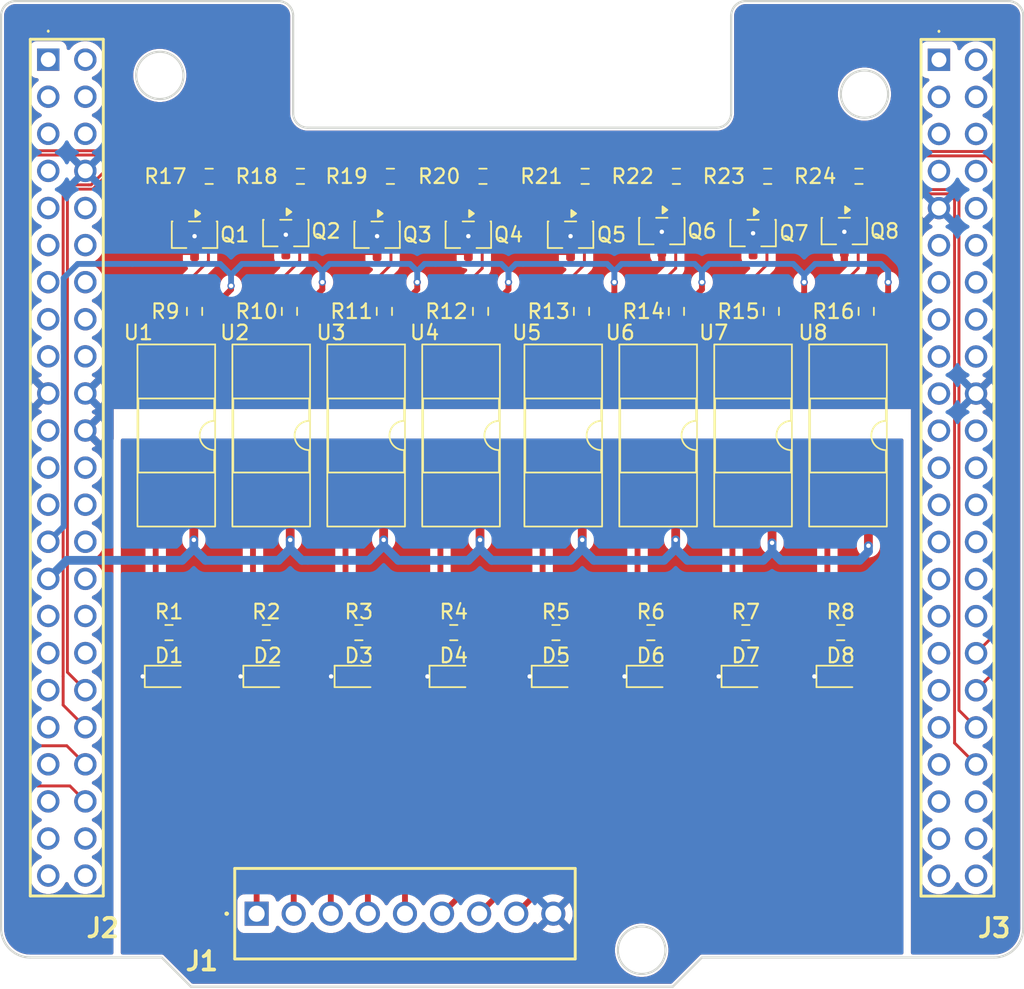
<source format=kicad_pcb>
(kicad_pcb (version 20241229) (generator "pcbnew") (generator_version "9.0")
  (title_block (rev "${REVISION}") (company "Author:") (comment 1 "Reviewer:"))
  (layers (0 "F.Cu" signal) (4 "In1.Cu" signal) (6 "In2.Cu" signal) (2 "B.Cu" signal) (13 "F.Paste" user) (15 "B.Paste" user) (5 "F.SilkS" user "F.Silkscreen") (7 "B.SilkS" user "B.Silkscreen") (1 "F.Mask" user) (3 "B.Mask" user) (25 "Edge.Cuts" user))
  (property "REVISION" "1.0")
  (net 0 "")
  (net 8 "GND")
  (net 71 "GNDREF")
  (net 72 "/digital_out/DO_0_R")
  (net 73 "/digital_out/DO_1_R")
  (net 74 "/digital_out/D0_2_R")
  (net 75 "/digital_out/DO_3_R")
  (net 76 "/digital_out/DO_4_R")
  (net 77 "/digital_out/DO_5_R")
  (net 78 "/digital_out/DO_6_R")
  (net 79 "/digital_out/DO_7_R")
  (net 80 "DI_OUT6")
  (net 81 "DI_OUT7")
  (net 82 "DI_OUT1")
  (net 83 "DI_OUT2")
  (net 84 "DI_OUT0")
  (net 85 "DI_OUT5")
  (net 86 "DI_OUT3")
  (net 87 "DI_OUT4")
  (net 88 "DO_0")
  (net 91 "DO_3")
  (net 92 "+24V")
  (net 93 "+5V")
  (net 95 "DO_2")
  (net 96 "DO_1")
  (net 97 "DO_7")
  (net 102 "DO_6")
  (net 103 "DO_4")
  (net 104 "DO_5")
  (net 105 "/digital_out/Q1_G")
  (net 106 "/digital_out/OPT1_IN")
  (net 107 "/digital_out/Q2_G")
  (net 108 "/digital_out/OPT2_IN")
  (net 109 "/digital_out/OPT3_IN")
  (net 110 "/digital_out/Q3_G")
  (net 111 "/digital_out/Q4_G")
  (net 112 "/digital_out/OPT4_IN")
  (net 113 "/digital_out/OPT5_IN")
  (net 114 "/digital_out/Q5_G")
  (net 115 "/digital_out/Q6_G")
  (net 116 "/digital_out/OPT6_IN")
  (net 117 "/digital_out/Q7_G")
  (net 118 "/digital_out/OPT7_IN")
  (net 119 "/digital_out/Q8_G")
  (net 120 "/digital_out/OPT8_IN")
  (net 121 "/digital_out/OPT1_R")
  (net 122 "/digital_out/OPT2_R")
  (net 123 "/digital_out/OPT3_R")
  (net 124 "/digital_out/OPT4_R")
  (net 125 "/digital_out/OPT5_R")
  (net 126 "/digital_out/OPT6_R")
  (net 127 "/digital_out/OPT7_R")
  (net 128 "/digital_out/OPT8_R")
  (footprint "Resistor_SMD:R_0603_1608Metric_Pad0.98x0.95mm_HandSolder" (layer "F.Cu") (at 173.5 91.75)
    (property "Reference" "R8")
    (property "Value" "47k")
  )
  (footprint "Resistor_SMD:R_0603_1608Metric_Pad0.98x0.95mm_HandSolder" (layer "F.Cu") (at 162.25 60.5)
    (property "Reference" "R22")
    (property "Value" "1k")
  )
  (footprint "Package_DIP:DIP-4_W8.89mm_SMDSocket_LongPads" (layer "F.Cu") (at 167.5 78.25 -90)
    (property "Reference" "U7")
    (property "Value" "VO615A-3")
  )
  (footprint "Package_TO_SOT_SMD:SOT-23-3" (layer "F.Cu") (at 141.75 64.5 -90)
    (property "Reference" "Q3")
    (property "Value" "SI2347DS")
  )
  (footprint "Resistor_SMD:R_0603_1608Metric_Pad0.98x0.95mm_HandSolder" (layer "F.Cu") (at 175.25 69.75 90)
    (property "Reference" "R16")
    (property "Value" "1k")
  )
  (footprint "Resistor_SMD:R_0603_1608Metric_Pad0.98x0.95mm_HandSolder" (layer "F.Cu") (at 167 91.75)
    (property "Reference" "R7")
    (property "Value" "47k")
  )
  (footprint "Resistor_SMD:R_0603_1608Metric_Pad0.98x0.95mm_HandSolder" (layer "F.Cu") (at 154 91.75)
    (property "Reference" "R5")
    (property "Value" "47k")
  )
  (footprint "Package_DIP:DIP-4_W8.89mm_SMDSocket_LongPads" (layer "F.Cu") (at 134.5 78.25 -90)
    (property "Reference" "U2")
    (property "Value" "VO615A-3")
  )
  (footprint "PLC_STM:PRT12790" (layer "F.Cu") (at 180.23 52.52 -90)
    (property "Reference" "J3")
    (property "Value" "NUCLEO RIGHT" (hide yes))
  )
  (footprint "Resistor_SMD:R_0603_1608Metric_Pad0.98x0.95mm_HandSolder" (layer "F.Cu") (at 174.75 60.5)
    (property "Reference" "R24")
    (property "Value" "1k")
  )
  (footprint "LED_SMD:LED_0603_1608Metric_Pad1.05x0.95mm_HandSolder" (layer "F.Cu") (at 147 94.75)
    (property "Reference" "D4")
    (property "Value" "LD_DO3")
  )
  (footprint "Resistor_SMD:R_0603_1608Metric_Pad0.98x0.95mm_HandSolder" (layer "F.Cu") (at 149 60.5)
    (property "Reference" "R20")
    (property "Value" "1k")
  )
  (footprint "LED_SMD:LED_0603_1608Metric_Pad1.05x0.95mm_HandSolder" (layer "F.Cu") (at 127.5 94.75)
    (property "Reference" "D1")
    (property "Value" "LD_DO0")
  )
  (footprint "Package_TO_SOT_SMD:SOT-23-3" (layer "F.Cu") (at 155 64.5 -90)
    (property "Reference" "Q5")
    (property "Value" "SI2347DS")
  )
  (footprint "PLC_STM:PRT12790" (layer "F.Cu") (at 119.23 52.51 -90)
    (property "Reference" "J2")
    (property "Value" "NUCLEO LEFT" (hide yes))
  )
  (footprint "Package_DIP:DIP-4_W8.89mm_SMDSocket_LongPads" (layer "F.Cu") (at 161 78.25 -90)
    (property "Reference" "U6")
    (property "Value" "VO615A-3")
  )
  (footprint "Package_DIP:DIP-4_W8.89mm_SMDSocket_LongPads" (layer "F.Cu") (at 174 78.25 -90)
    (property "Reference" "U8")
    (property "Value" "VO615A-3")
  )
  (footprint "Resistor_SMD:R_0603_1608Metric_Pad0.98x0.95mm_HandSolder" (layer "F.Cu") (at 135.75 69.75 90)
    (property "Reference" "R10")
    (property "Value" "1k")
  )
  (footprint "Resistor_SMD:R_0603_1608Metric_Pad0.98x0.95mm_HandSolder" (layer "F.Cu") (at 136.5 60.5)
    (property "Reference" "R18")
    (property "Value" "1k")
  )
  (footprint "Resistor_SMD:R_0603_1608Metric_Pad0.98x0.95mm_HandSolder" (layer "F.Cu") (at 130.25 60.5)
    (property "Reference" "R17")
    (property "Value" "1k")
  )
  (footprint "LED_SMD:LED_0603_1608Metric_Pad1.05x0.95mm_HandSolder" (layer "F.Cu") (at 167 94.75)
    (property "Reference" "D7")
    (property "Value" "LD_DO6")
  )
  (footprint "PLC_STM:1725724" (layer "F.Cu") (at 133.5 111)
    (property "Reference" "J1")
    (property "Value" "DIGITAL OUTPUT" (hide yes))
  )
  (footprint "Resistor_SMD:R_0603_1608Metric_Pad0.98x0.95mm_HandSolder" (layer "F.Cu") (at 140.5 91.75)
    (property "Reference" "R3")
    (property "Value" "47k")
  )
  (footprint "Resistor_SMD:R_0603_1608Metric_Pad0.98x0.95mm_HandSolder" (layer "F.Cu") (at 142.6625 60.5)
    (property "Reference" "R19")
    (property "Value" "1k")
  )
  (footprint "Package_TO_SOT_SMD:SOT-23-3" (layer "F.Cu") (at 167.5 64.3875 -90)
    (property "Reference" "Q7")
    (property "Value" "SI2347DS")
  )
  (footprint "Resistor_SMD:R_0603_1608Metric_Pad0.98x0.95mm_HandSolder" (layer "F.Cu") (at 127.5 91.75)
    (property "Reference" "R1")
    (property "Value" "47k")
  )
  (footprint "Resistor_SMD:R_0603_1608Metric_Pad0.98x0.95mm_HandSolder" (layer "F.Cu") (at 129.25 69.75 90)
    (property "Reference" "R9")
    (property "Value" "1k")
  )
  (footprint "Package_TO_SOT_SMD:SOT-23-3" (layer "F.Cu") (at 173.75 64.25 -90)
    (property "Reference" "Q8")
    (property "Value" "SI2347DS")
  )
  (footprint "Package_TO_SOT_SMD:SOT-23-3" (layer "F.Cu") (at 135.5 64.3875 -90)
    (property "Reference" "Q2")
    (property "Value" "SI2347DS")
  )
  (footprint "Package_DIP:DIP-4_W8.89mm_SMDSocket_LongPads" (layer "F.Cu") (at 128 78.25 -90)
    (property "Reference" "U1")
    (property "Value" "VO615A-3")
  )
  (footprint "Resistor_SMD:R_0603_1608Metric_Pad0.98x0.95mm_HandSolder" (layer "F.Cu") (at 162.25 69.75 90)
    (property "Reference" "R14")
    (property "Value" "1k")
  )
  (footprint "Package_DIP:DIP-4_W8.89mm_SMDSocket_LongPads" (layer "F.Cu") (at 154.5 78.25 -90)
    (property "Reference" "U5")
    (property "Value" "VO615A-3")
  )
  (footprint "Resistor_SMD:R_0603_1608Metric_Pad0.98x0.95mm_HandSolder" (layer "F.Cu") (at 168.75 69.75 90)
    (property "Reference" "R15")
    (property "Value" "1k")
  )
  (footprint "LED_SMD:LED_0603_1608Metric_Pad1.05x0.95mm_HandSolder" (layer "F.Cu") (at 134.25 94.75)
    (property "Reference" "D2")
    (property "Value" "LD_DO1")
  )
  (footprint "Package_TO_SOT_SMD:SOT-23-3" (layer "F.Cu") (at 148 64.5 -90)
    (property "Reference" "Q4")
    (property "Value" "SI2347DS")
  )
  (footprint "LED_SMD:LED_0603_1608Metric_Pad1.05x0.95mm_HandSolder" (layer "F.Cu") (at 154 94.75)
    (property "Reference" "D5")
    (property "Value" "LD_DO4")
  )
  (footprint "Resistor_SMD:R_0603_1608Metric_Pad0.98x0.95mm_HandSolder" (layer "F.Cu") (at 134.1625 91.75)
    (property "Reference" "R2")
    (property "Value" "47k")
  )
  (footprint "Package_TO_SOT_SMD:SOT-23-3" (layer "F.Cu") (at 161.25 64.25 -90)
    (property "Reference" "Q6")
    (property "Value" "SI2347DS")
  )
  (footprint "LED_SMD:LED_0603_1608Metric_Pad1.05x0.95mm_HandSolder" (layer "F.Cu") (at 140.5 94.75)
    (property "Reference" "D3")
    (property "Value" "LD_DO2")
  )
  (footprint "Resistor_SMD:R_0603_1608Metric_Pad0.98x0.95mm_HandSolder" (layer "F.Cu") (at 148.8375 69.75 90)
    (property "Reference" "R12")
    (property "Value" "1k")
  )
  (footprint "Resistor_SMD:R_0603_1608Metric_Pad0.98x0.95mm_HandSolder" (layer "F.Cu") (at 147 91.75)
    (property "Reference" "R4")
    (property "Value" "47k")
  )
  (footprint "LED_SMD:LED_0603_1608Metric_Pad1.05x0.95mm_HandSolder" (layer "F.Cu") (at 160.5 94.75)
    (property "Reference" "D6")
    (property "Value" "LD_DO5")
  )
  (footprint "LED_SMD:LED_0603_1608Metric_Pad1.05x0.95mm_HandSolder" (layer "F.Cu") (at 173.5 94.75)
    (property "Reference" "D8")
    (property "Value" "LD_DO7")
  )
  (footprint "Resistor_SMD:R_0603_1608Metric_Pad0.98x0.95mm_HandSolder" (layer "F.Cu") (at 168.5 60.5)
    (property "Reference" "R23")
    (property "Value" "1k")
  )
  (footprint "Resistor_SMD:R_0603_1608Metric_Pad0.98x0.95mm_HandSolder" (layer "F.Cu") (at 156 60.5)
    (property "Reference" "R21")
    (property "Value" "1k")
  )
  (footprint "Package_TO_SOT_SMD:SOT-23-3" (layer "F.Cu") (at 129.25 64.5 -90)
    (property "Reference" "Q1")
    (property "Value" "SI2347DS")
  )
  (footprint "Resistor_SMD:R_0603_1608Metric_Pad0.98x0.95mm_HandSolder" (layer "F.Cu") (at 155.75 69.75 90)
    (property "Reference" "R13")
    (property "Value" "1k")
  )
  (footprint "Resistor_SMD:R_0603_1608Metric_Pad0.98x0.95mm_HandSolder" (layer "F.Cu") (at 142.25 69.75 90)
    (property "Reference" "R11")
    (property "Value" "1k")
  )
  (footprint "Resistor_SMD:R_0603_1608Metric_Pad0.98x0.95mm_HandSolder" (layer "F.Cu") (at 160.5 91.75)
    (property "Reference" "R6")
    (property "Value" "47k")
  )
  (footprint "Package_DIP:DIP-4_W8.89mm_SMDSocket_LongPads" (layer "F.Cu") (at 141 78.25 -90)
    (property "Reference" "U3")
    (property "Value" "VO615A-3")
  )
  (footprint "Package_DIP:DIP-4_W8.89mm_SMDSocket_LongPads" (layer "F.Cu") (at 147.5 78.25 -90)
    (property "Reference" "U4")
    (property "Value" "VO615A-3")
  )
  (gr_line (start 127 114) (end 129 116) (stroke (width 0.15)) (layer "Edge.Cuts"))
  (gr_arc (start 166 56.17) (mid 165.707107 56.877107) (end 165 57.17) (stroke (width 0.15)) (layer "Edge.Cuts"))
  (gr_line (start 185 48.5) (end 167 48.5) (stroke (width 0.15)) (layer "Edge.Cuts"))
  (gr_line (start 116 112) (end 116 49.5) (stroke (width 0.15)) (layer "Edge.Cuts"))
  (gr_arc (start 135 48.5) (mid 135.707107 48.792893) (end 136 49.5) (stroke (width 0.15)) (layer "Edge.Cuts"))
  (gr_line (start 186 112) (end 186 49.5) (stroke (width 0.15)) (layer "Edge.Cuts"))
  (gr_arc (start 116 49.5) (mid 116.292893 48.792893) (end 117 48.5) (stroke (width 0.15)) (layer "Edge.Cuts"))
  (gr_line (start 129 116) (end 162 116) (stroke (width 0.15)) (layer "Edge.Cuts"))
  (gr_line (start 118 114) (end 127 114) (stroke (width 0.15)) (layer "Edge.Cuts"))
  (gr_arc (start 185 48.5) (mid 185.707107 48.792893) (end 186 49.5) (stroke (width 0.15)) (layer "Edge.Cuts"))
  (gr_arc (start 166 49.5) (mid 166.292893 48.792893) (end 167 48.5) (stroke (width 0.15)) (layer "Edge.Cuts"))
  (gr_circle (center 126.87 53.59) (end 128.49 53.59) (stroke (width 0.15)) (fill no) (layer "Edge.Cuts"))
  (gr_arc (start 137 57.17) (mid 136.292893 56.877107) (end 136 56.17) (stroke (width 0.15)) (layer "Edge.Cuts"))
  (gr_arc (start 118 114) (mid 116.585786 113.414214) (end 116 112) (stroke (width 0.15)) (layer "Edge.Cuts"))
  (gr_line (start 162 116) (end 164 114) (stroke (width 0.15)) (layer "Edge.Cuts"))
  (gr_line (start 117 48.5) (end 135 48.5) (stroke (width 0.15)) (layer "Edge.Cuts"))
  (gr_line (start 166 49.5) (end 166 56.17) (stroke (width 0.15)) (layer "Edge.Cuts"))
  (gr_circle (center 175.13 54.87) (end 176.75 54.87) (stroke (width 0.15)) (fill no) (layer "Edge.Cuts"))
  (gr_line (start 164 114) (end 184 114) (stroke (width 0.15)) (layer "Edge.Cuts"))
  (gr_circle (center 159.87 113.5) (end 161.5 113.5) (stroke (width 0.15)) (fill no) (layer "Edge.Cuts"))
  (gr_line (start 165 57.17) (end 137 57.17) (stroke (width 0.15)) (layer "Edge.Cuts"))
  (gr_line (start 136 49.5) (end 136 56.17) (stroke (width 0.15)) (layer "Edge.Cuts"))
  (gr_arc (start 186 112) (mid 185.414214 113.414214) (end 184 114) (stroke (width 0.15)) (layer "Edge.Cuts"))
  (segment (start 173.75 64.3) (end 173.75 65.3875) (width 0.4) (layer "F.Cu") (net 8))
  (segment (start 135.5 65.525) (end 135.5 64.5) (width 0.4) (layer "F.Cu") (net 8))
  (segment (start 148 64.6) (end 148 65.6375) (width 0.4) (layer "F.Cu") (net 8))
  (segment (start 141.75 64.6) (end 141.75 65.6375) (width 0.4) (layer "F.Cu") (net 8))
  (segment (start 155 65.6375) (end 155 64.6) (width 0.4) (layer "F.Cu") (net 8))
  (segment (start 161.25 64.3) (end 161.25 65.3875) (width 0.4) (layer "F.Cu") (net 8))
  (segment (start 129.25 64.6) (end 129.25 65.6375) (width 0.4) (layer "F.Cu") (net 8))
  (segment (start 167.5 64.4) (end 167.5 65.525) (width 0.4) (layer "F.Cu") (net 8))
  (via (at 167.5 64.4) (size 0.5) (drill 0.3) (layers "F.Cu" "B.Cu") (net 8))
  (via (at 148 64.6) (size 0.5) (drill 0.3) (layers "F.Cu" "B.Cu") (net 8))
  (via (at 129.25 64.6) (size 0.5) (drill 0.3) (layers "F.Cu" "B.Cu") (net 8))
  (via (at 141.75 64.6) (size 0.5) (drill 0.3) (layers "F.Cu" "B.Cu") (net 8))
  (via (at 155 64.6) (size 0.5) (drill 0.3) (layers "F.Cu" "B.Cu") (net 8))
  (via (at 173.75 64.3) (size 0.5) (drill 0.3) (layers "F.Cu" "B.Cu") (net 8))
  (via (at 161.25 64.3) (size 0.5) (drill 0.3) (layers "F.Cu" "B.Cu") (net 8))
  (via (at 135.5 64.5) (size 0.5) (drill 0.3) (layers "F.Cu" "B.Cu") (net 8))
  (segment (start 171.7 94.75) (end 172.625 94.75) (width 0.4) (layer "F.Cu") (net 71))
  (segment (start 158.7 94.75) (end 159.625 94.75) (width 0.4) (layer "F.Cu") (net 71))
  (segment (start 125.7 94.75) (end 126.625 94.75) (width 0.4) (layer "F.Cu") (net 71))
  (segment (start 138.6 94.75) (end 139.625 94.75) (width 0.4) (layer "F.Cu") (net 71))
  (segment (start 152.2 94.75) (end 153.125 94.75) (width 0.4) (layer "F.Cu") (net 71))
  (segment (start 132.4 94.75) (end 133.375 94.75) (width 0.4) (layer "F.Cu") (net 71))
  (segment (start 145.2 94.75) (end 146.125 94.75) (width 0.4) (layer "F.Cu") (net 71))
  (segment (start 165.15 94.75) (end 166.125 94.75) (width 0.4) (layer "F.Cu") (net 71))
  (via (at 165.15 94.75) (size 0.5) (drill 0.3) (layers "F.Cu" "B.Cu") (net 71))
  (via (at 125.7 94.75) (size 0.5) (drill 0.3) (layers "F.Cu" "B.Cu") (net 71))
  (via (at 145.2 94.75) (size 0.5) (drill 0.3) (layers "F.Cu" "B.Cu") (net 71))
  (via (at 158.7 94.75) (size 0.5) (drill 0.3) (layers "F.Cu" "B.Cu") (net 71))
  (via (at 138.6 94.75) (size 0.5) (drill 0.3) (layers "F.Cu" "B.Cu") (net 71))
  (via (at 152.2 94.75) (size 0.5) (drill 0.3) (layers "F.Cu" "B.Cu") (net 71))
  (via (at 171.7 94.75) (size 0.5) (drill 0.3) (layers "F.Cu" "B.Cu") (net 71))
  (via (at 132.4 94.75) (size 0.5) (drill 0.3) (layers "F.Cu" "B.Cu") (net 71))
  (segment (start 128.375 94.75) (end 128.375 91.7875) (width 0.4) (layer "F.Cu") (net 72))
  (segment (start 128.375 91.7875) (end 128.4125 91.75) (width 0.4) (layer "F.Cu") (net 72))
  (segment (start 135.125 91.8) (end 135.075 91.75) (width 0.4) (layer "F.Cu") (net 73))
  (segment (start 135.125 94.75) (end 135.125 91.8) (width 0.4) (layer "F.Cu") (net 73))
  (segment (start 141.375 91.7875) (end 141.4125 91.75) (width 0.4) (layer "F.Cu") (net 74))
  (segment (start 141.375 94.75) (end 141.375 91.7875) (width 0.4) (layer "F.Cu") (net 74))
  (segment (start 147.875 94.75) (end 147.875 91.7875) (width 0.4) (layer "F.Cu") (net 75))
  (segment (start 147.875 91.7875) (end 147.9125 91.75) (width 0.4) (layer "F.Cu") (net 75))
  (segment (start 154.875 91.7875) (end 154.9125 91.75) (width 0.4) (layer "F.Cu") (net 76))
  (segment (start 154.875 94.75) (end 154.875 91.7875) (width 0.4) (layer "F.Cu") (net 76))
  (segment (start 161.375 94.75) (end 161.375 91.7875) (width 0.4) (layer "F.Cu") (net 77))
  (segment (start 161.375 91.7875) (end 161.4125 91.75) (width 0.4) (layer "F.Cu") (net 77))
  (segment (start 167.875 91.7875) (end 167.9125 91.75) (width 0.4) (layer "F.Cu") (net 78))
  (segment (start 167.875 94.75) (end 167.875 91.7875) (width 0.4) (layer "F.Cu") (net 78))
  (segment (start 174.375 94.75) (end 174.375 91.7875) (width 0.4) (layer "F.Cu") (net 79))
  (segment (start 174.375 91.7875) (end 174.4125 91.75) (width 0.4) (layer "F.Cu") (net 79))
  (segment (start 166.0875 88.25) (end 166.0875 82.8375) (width 0.4) (layer "F.Cu") (net 80))
  (segment (start 170.1 90.6) (end 168.75 89.25) (width 0.4) (layer "F.Cu") (net 80))
  (segment (start 167.0875 89.25) (end 166.0875 90.25) (width 0.4) (layer "F.Cu") (net 80))
  (segment (start 168.75 89.25) (end 167.0875 89.25) (width 0.4) (layer "F.Cu") (net 80))
  (segment (start 166.0875 91.75) (end 166.0875 90.25) (width 0.4) (layer "F.Cu") (net 80))
  (segment (start 167.0875 89.25) (end 166.0875 88.25) (width 0.4) (layer "F.Cu") (net 80))
  (segment (start 170.1 96.4) (end 170.1 90.6) (width 0.4) (layer "F.Cu") (net 80))
  (segment (start 166.0875 82.8375) (end 166.23 82.695) (width 0.4) (layer "F.Cu") (net 80))
  (segment (start 159.14 100.6) (end 165.9 100.6) (width 0.4) (layer "F.Cu") (net 80))
  (segment (start 165.9 100.6) (end 170.1 96.4) (width 0.4) (layer "F.Cu") (net 80))
  (segment (start 148.74 111) (end 159.14 100.6) (width 0.4) (layer "F.Cu") (net 80))
  (segment (start 170.3 103.2) (end 176.75 96.75) (width 0.4) (layer "F.Cu") (net 81))
  (segment (start 172.5875 91.75) (end 172.5875 90.5) (width 0.4) (layer "F.Cu") (net 81))
  (segment (start 175.75 89.25) (end 173.8375 89.25) (width 0.4) (layer "F.Cu") (net 81))
  (segment (start 176.75 96.75) (end 176.75 90.25) (width 0.4) (layer "F.Cu") (net 81))
  (segment (start 151.28 111) (end 159.08 103.2) (width 0.4) (layer "F.Cu") (net 81))
  (segment (start 172.5875 88) (end 172.5875 82.8375) (width 0.4) (layer "F.Cu") (net 81))
  (segment (start 172.5875 82.8375) (end 172.73 82.695) (width 0.4) (layer "F.Cu") (net 81))
  (segment (start 173.8375 89.25) (end 172.5875 88) (width 0.4) (layer "F.Cu") (net 81))
  (segment (start 176.75 90.25) (end 175.75 89.25) (width 0.4) (layer "F.Cu") (net 81))
  (segment (start 173.8375 89.25) (end 172.5875 90.5) (width 0.4) (layer "F.Cu") (net 81))
  (segment (start 159.08 103.2) (end 170.3 103.2) (width 0.4) (layer "F.Cu") (net 81))
  (segment (start 136 89.5) (end 134.25 89.5) (width 0.4) (layer "F.Cu") (net 82))
  (segment (start 137.2 102.3) (end 137.2 90.7) (width 0.4) (layer "F.Cu") (net 82))
  (segment (start 133.25 88.5) (end 133.25 82.715) (width 0.4) (layer "F.Cu") (net 82))
  (segment (start 134.25 89.5) (end 133.25 90.5) (width 0.4) (layer "F.Cu") (net 82))
  (segment (start 136.04 111) (end 136.04 103.46) (width 0.4) (layer "F.Cu") (net 82))
  (segment (start 134.25 89.5) (end 133.25 88.5) (width 0.4) (layer "F.Cu") (net 82))
  (segment (start 137.2 90.7) (end 136 89.5) (width 0.4) (layer "F.Cu") (net 82))
  (segment (start 136.04 103.46) (end 137.2 102.3) (width 0.4) (layer "F.Cu") (net 82))
  (segment (start 133.25 91.75) (end 133.25 90.5) (width 0.4) (layer "F.Cu") (net 82))
  (segment (start 133.25 82.715) (end 133.23 82.695) (width 0.4) (layer "F.Cu") (net 82))
  (segment (start 143.5 90.5) (end 142.5 89.5) (width 0.4) (layer "F.Cu") (net 83))
  (segment (start 138.58 111) (end 138.58 104.17) (width 0.4) (layer "F.Cu") (net 83))
  (segment (start 140.5875 89.5) (end 139.5875 90.5) (width 0.4) (layer "F.Cu") (net 83))
  (segment (start 139.5875 88.5) (end 139.5875 82.8375) (width 0.4) (layer "F.Cu") (net 83))
  (segment (start 139.5875 82.8375) (end 139.73 82.695) (width 0.4) (layer "F.Cu") (net 83))
  (segment (start 138.58 104.17) (end 143.5 99.25) (width 0.4) (layer "F.Cu") (net 83))
  (segment (start 143.5 99.25) (end 143.5 90.5) (width 0.4) (layer "F.Cu") (net 83))
  (segment (start 139.5875 91.75) (end 139.5875 90.5) (width 0.4) (layer "F.Cu") (net 83))
  (segment (start 142.5 89.5) (end 140.5875 89.5) (width 0.4) (layer "F.Cu") (net 83))
  (segment (start 140.5875 89.5) (end 139.5875 88.5) (width 0.4) (layer "F.Cu") (net 83))
  (segment (start 130.5 100.25) (end 130.5 90.7) (width 0.4) (layer "F.Cu") (net 84))
  (segment (start 133.5 111) (end 133.5 103.25) (width 0.4) (layer "F.Cu") (net 84))
  (segment (start 126.5875 88.5) (end 126.5875 82.8375) (width 0.4) (layer "F.Cu") (net 84))
  (segment (start 127.5875 89.5) (end 126.5875 88.5) (width 0.4) (layer "F.Cu") (net 84))
  (segment (start 133.5 103.25) (end 130.5 100.25) (width 0.4) (layer "F.Cu") (net 84))
  (segment (start 126.5875 91.75) (end 126.5875 90.5) (width 0.4) (layer "F.Cu") (net 84))
  (segment (start 130.5 90.7) (end 129.3 89.5) (width 0.4) (layer "F.Cu") (net 84))
  (segment (start 129.3 89.5) (end 127.5875 89.5) (width 0.4) (layer "F.Cu") (net 84))
  (segment (start 127.5875 89.5) (end 126.5875 90.5) (width 0.4) (layer "F.Cu") (net 84))
  (segment (start 126.5875 82.8375) (end 126.73 82.695) (width 0.4) (layer "F.Cu") (net 84))
  (segment (start 162.5 89.25) (end 160.5875 89.25) (width 0.4) (layer "F.Cu") (net 85))
  (segment (start 159.5875 82.8375) (end 159.73 82.695) (width 0.4) (layer "F.Cu") (net 85))
  (segment (start 159.5875 91.75) (end 159.5875 90.25) (width 0.4) (layer "F.Cu") (net 85))
  (segment (start 160.5875 89.25) (end 159.5875 90.25) (width 0.4) (layer "F.Cu") (net 85))
  (segment (start 146.2 111) (end 159.45 97.75) (width 0.4) (layer "F.Cu") (net 85))
  (segment (start 162.25 97.75) (end 163.5 96.5) (width 0.4) (layer "F.Cu") (net 85))
  (segment (start 160.5875 89.25) (end 159.5875 88.25) (width 0.4) (layer "F.Cu") (net 85))
  (segment (start 163.5 96.5) (end 163.5 90.25) (width 0.4) (layer "F.Cu") (net 85))
  (segment (start 159.45 97.75) (end 162.25 97.75) (width 0.4) (layer "F.Cu") (net 85))
  (segment (start 159.5875 88.25) (end 159.5875 82.8375) (width 0.4) (layer "F.Cu") (net 85))
  (segment (start 163.5 90.25) (end 162.5 89.25) (width 0.4) (layer "F.Cu") (net 85))
  (segment (start 146.0875 82.8375) (end 146.23 82.695) (width 0.4) (layer "F.Cu") (net 86))
  (segment (start 146.0875 88.25) (end 146.0875 82.8375) (width 0.4) (layer "F.Cu") (net 86))
  (segment (start 147.0875 89.25) (end 146.0875 90.25) (width 0.4) (layer "F.Cu") (net 86))
  (segment (start 150 97) (end 150 90) (width 0.4) (layer "F.Cu") (net 86))
  (segment (start 147.0875 89.25) (end 146.0875 88.25) (width 0.4) (layer "F.Cu") (net 86))
  (segment (start 141.12 105.88) (end 150 97) (width 0.4) (layer "F.Cu") (net 86))
  (segment (start 141.12 111) (end 141.12 105.88) (width 0.4) (layer "F.Cu") (net 86))
  (segment (start 150 90) (end 149.25 89.25) (width 0.4) (layer "F.Cu") (net 86))
  (segment (start 146.0875 91.75) (end 146.0875 90.25) (width 0.4) (layer "F.Cu") (net 86))
  (segment (start 149.25 89.25) (end 147.0875 89.25) (width 0.4) (layer "F.Cu") (net 86))
  (segment (start 153.0875 88.25) (end 153.0875 82.8375) (width 0.4) (layer "F.Cu") (net 87))
  (segment (start 156 89.25) (end 154.0875 89.25) (width 0.4) (layer "F.Cu") (net 87))
  (segment (start 153.0875 91.75) (end 153.0875 90.25) (width 0.4) (layer "F.Cu") (net 87))
  (segment (start 157.2 90.45) (end 156 89.25) (width 0.4) (layer "F.Cu") (net 87))
  (segment (start 154.0875 89.25) (end 153.0875 88.25) (width 0.4) (layer "F.Cu") (net 87))
  (segment (start 143.66 109.34) (end 157.2 95.8) (width 0.4) (layer "F.Cu") (net 87))
  (segment (start 143.66 111) (end 143.66 109.34) (width 0.4) (layer "F.Cu") (net 87))
  (segment (start 157.2 95.8) (end 157.2 90.45) (width 0.4) (layer "F.Cu") (net 87))
  (segment (start 153.0875 82.8375) (end 153.23 82.695) (width 0.4) (layer "F.Cu") (net 87))
  (segment (start 154.0875 89.25) (end 153.0875 90.25) (width 0.4) (layer "F.Cu") (net 87))
  (segment (start 120.541 94.461) (end 121.77 95.69) (width 0.2) (layer "F.Cu") (net 88))
  (segment (start 120.541 61.836) (end 120.541 94.461) (width 0.2) (layer "F.Cu") (net 88))
  (segment (start 121 61.377) (end 120.541 61.836) (width 0.2) (layer "F.Cu") (net 88))
  (segment (start 122.284536 61.377) (end 121 61.377) (width 0.2) (layer "F.Cu") (net 88))
  (segment (start 131.1625 60.5) (end 131.1625 59.9125) (width 0.2) (layer "F.Cu") (net 88))
  (segment (start 131.1625 59.9125) (end 130.873 59.623) (width 0.2) (layer "F.Cu") (net 88))
  (segment (start 130.873 59.623) (end 124.038536 59.623) (width 0.2) (layer "F.Cu") (net 88))
  (segment (start 124.038536 59.623) (end 122.284536 61.377) (width 0.2) (layer "F.Cu") (net 88))
  (segment (start 121.77 103.31) (end 120.71 102.25) (width 0.2) (layer "F.Cu") (net 91))
  (segment (start 118.5 102.25) (end 117.25 101) (width 0.2) (layer "F.Cu") (net 91))
  (segment (start 149.9125 59.4125) (end 149.9125 60.5) (width 0.2) (layer "F.Cu") (net 91))
  (segment (start 149.25 58.75) (end 149.9125 59.4125) (width 0.2) (layer "F.Cu") (net 91))
  (segment (start 117.25 101) (end 117.25 59.5) (width 0.2) (layer "F.Cu") (net 91))
  (segment (start 118 58.75) (end 149.25 58.75) (width 0.2) (layer "F.Cu") (net 91))
  (segment (start 120.71 102.25) (end 118.5 102.25) (width 0.2) (layer "F.Cu") (net 91))
  (segment (start 117.25 59.5) (end 118 58.75) (width 0.2) (layer "F.Cu") (net 91))
  (segment (start 155.8 82.725) (end 155.77 82.695) (width 0.6) (layer "F.Cu") (net 92))
  (segment (start 129.2 82.765) (end 129.27 82.695) (width 0.6) (layer "F.Cu") (net 92))
  (segment (start 135.8 82.725) (end 135.77 82.695) (width 0.6) (layer "F.Cu") (net 92))
  (segment (start 168.8 85.6) (end 168.8 82.725) (width 0.6) (layer "F.Cu") (net 92))
  (segment (start 142.2 85.4) (end 142.2 82.765) (width 0.6) (layer "F.Cu") (net 92))
  (segment (start 155.8 85.4) (end 155.8 82.725) (width 0.6) (layer "F.Cu") (net 92))
  (segment (start 148.8 82.725) (end 148.77 82.695) (width 0.6) (layer "F.Cu") (net 92))
  (segment (start 162.2 82.765) (end 162.27 82.695) (width 0.6) (layer "F.Cu") (net 92))
  (segment (start 148.8 85.4) (end 148.8 82.725) (width 0.6) (layer "F.Cu") (net 92))
  (segment (start 162.2 85.4) (end 162.2 82.765) (width 0.6) (layer "F.Cu") (net 92))
  (segment (start 175.4 85.8) (end 175.4 82.825) (width 0.6) (layer "F.Cu") (net 92))
  (segment (start 142.2 82.765) (end 142.27 82.695) (width 0.6) (layer "F.Cu") (net 92))
  (segment (start 129.2 85.4) (end 129.2 82.765) (width 0.6) (layer "F.Cu") (net 92))
  (segment (start 135.8 85.4) (end 135.8 82.725) (width 0.6) (layer "F.Cu") (net 92))
  (segment (start 168.8 82.725) (end 168.77 82.695) (width 0.6) (layer "F.Cu") (net 92))
  (segment (start 175.4 82.825) (end 175.27 82.695) (width 0.6) (layer "F.Cu") (net 92))
  (via (at 135.8 85.4) (size 0.5) (drill 0.3) (layers "F.Cu" "B.Cu") (net 92))
  (via (at 168.8 85.6) (size 0.5) (drill 0.3) (layers "F.Cu" "B.Cu") (net 92))
  (via (at 129.2 85.4) (size 0.5) (drill 0.3) (layers "F.Cu" "B.Cu") (net 92))
  (via (at 162.2 85.4) (size 0.5) (drill 0.3) (layers "F.Cu" "B.Cu") (net 92))
  (via (at 148.8 85.4) (size 0.5) (drill 0.3) (layers "F.Cu" "B.Cu") (net 92))
  (via (at 142.2 85.4) (size 0.5) (drill 0.3) (layers "F.Cu" "B.Cu") (net 92))
  (via (at 155.8 85.4) (size 0.5) (drill 0.3) (layers "F.Cu" "B.Cu") (net 92))
  (via (at 175.4 85.8) (size 0.5) (drill 0.3) (layers "F.Cu" "B.Cu") (net 92))
  (segment (start 162.2 86) (end 162.2 85.4) (width 0.6) (layer "B.Cu") (net 92))
  (segment (start 168.8 86.2) (end 169.4 86.8) (width 0.6) (layer "B.Cu") (net 92))
  (segment (start 161.4 86.8) (end 162.2 86) (width 0.6) (layer "B.Cu") (net 92))
  (segment (start 143.2 86.8) (end 144.8 86.8) (width 0.6) (layer "B.Cu") (net 92))
  (segment (start 136.6 86.8) (end 137 86.8) (width 0.6) (layer "B.Cu") (net 92))
  (segment (start 129 86.2) (end 129.2 86) (width 0.6) (layer "B.Cu") (net 92))
  (segment (start 128.4 86.8) (end 129 86.2) (width 0.6) (layer "B.Cu") (net 92))
  (segment (start 159.4 86.8) (end 161.4 86.8) (width 0.6) (layer "B.Cu") (net 92))
  (segment (start 148.8 86) (end 149.6 86.8) (width 0.6) (layer "B.Cu") (net 92))
  (segment (start 169.4 86.8) (end 171.8 86.8) (width 0.6) (layer "B.Cu") (net 92))
  (segment (start 142.2 85.8) (end 143.2 86.8) (width 0.6) (layer "B.Cu") (net 92))
  (segment (start 144.8 86.8) (end 148 86.8) (width 0.6) (layer "B.Cu") (net 92))
  (segment (start 129.2 86) (end 130 86.8) (width 0.6) (layer "B.Cu") (net 92))
  (segment (start 129.2 86) (end 129.2 85.4) (width 0.6) (layer "B.Cu") (net 92))
  (segment (start 168.2 86.8) (end 168.8 86.2) (width 0.6) (layer "B.Cu") (net 92))
  (segment (start 168.8 86.2) (end 168.8 85.6) (width 0.6) (layer "B.Cu") (net 92))
  (segment (start 156.6 86.8) (end 159.4 86.8) (width 0.6) (layer "B.Cu") (net 92))
  (segment (start 155.8 86) (end 155.8 85.4) (width 0.6) (layer "B.Cu") (net 92))
  (segment (start 124.45 86.8) (end 128.4 86.8) (width 0.6) (layer "B.Cu") (net 92))
  (segment (start 174.8 86.8) (end 175.4 86.2) (width 0.6) (layer "B.Cu") (net 92))
  (segment (start 148.8 86) (end 148.8 85.4) (width 0.6) (layer "B.Cu") (net 92))
  (segment (start 134 86.8) (end 135 86.8) (width 0.6) (layer "B.Cu") (net 92))
  (segment (start 153.6 86.8) (end 155 86.8) (width 0.6) (layer "B.Cu") (net 92))
  (segment (start 162.2 86) (end 163 86.8) (width 0.6) (layer "B.Cu") (net 92))
  (segment (start 155.8 86) (end 156.6 86.8) (width 0.6) (layer "B.Cu") (net 92))
  (segment (start 135 86.8) (end 135.8 86) (width 0.6) (layer "B.Cu") (net 92))
  (segment (start 155 86.8) (end 155.8 86) (width 0.6) (layer "B.Cu") (net 92))
  (segment (start 141.2 86.8) (end 142 86) (width 0.6) (layer "B.Cu") (net 92))
  (segment (start 148 86.8) (end 148.8 86) (width 0.6) (layer "B.Cu") (net 92))
  (segment (start 171.8 86.8) (end 174.8 86.8) (width 0.6) (layer "B.Cu") (net 92))
  (segment (start 135.8 86) (end 135.8 85.4) (width 0.6) (layer "B.Cu") (net 92))
  (segment (start 142.2 85.8) (end 142.2 85.4) (width 0.6) (layer "B.Cu") (net 92))
  (segment (start 130 86.8) (end 134 86.8) (width 0.6) (layer "B.Cu") (net 92))
  (segment (start 149.6 86.8) (end 153.6 86.8) (width 0.6) (layer "B.Cu") (net 92))
  (segment (start 175.4 86.2) (end 175.4 85.8) (width 0.6) (layer "B.Cu") (net 92))
  (segment (start 119.23 88.07) (end 120.5 86.8) (width 0.6) (layer "B.Cu") (net 92))
  (segment (start 137 86.8) (end 141.2 86.8) (width 0.6) (layer "B.Cu") (net 92))
  (segment (start 163 86.8) (end 168.2 86.8) (width 0.6) (layer "B.Cu") (net 92))
  (segment (start 142 86) (end 142.2 85.8) (width 0.6) (layer "B.Cu") (net 92))
  (segment (start 120.5 86.8) (end 124.45 86.8) (width 0.6) (layer "B.Cu") (net 92))
  (segment (start 135.8 86) (end 136.6 86.8) (width 0.6) (layer "B.Cu") (net 92))
  (segment (start 157.6625 68.8375) (end 155.75 68.8375) (width 0.4) (layer "F.Cu") (net 93))
  (segment (start 150.75 67.75) (end 150.75 68.25) (width 0.4) (layer "F.Cu") (net 93))
  (segment (start 176.4125 68.8375) (end 175.25 68.8375) (width 0.4) (layer "F.Cu") (net 93))
  (segment (start 150.75 68.25) (end 150.1625 68.8375) (width 0.4) (layer "F.Cu") (net 93))
  (segment (start 144.5 67.75) (end 144.5 68.25) (width 0.4) (layer "F.Cu") (net 93))
  (segment (start 131.1625 68.8375) (end 129.25 68.8375) (width 0.4) (layer "F.Cu") (net 93))
  (segment (start 171 68.5) (end 170.6625 68.8375) (width 0.4) (layer "F.Cu") (net 93))
  (segment (start 158 67.75) (end 158 68.5) (width 0.4) (layer "F.Cu") (net 93))
  (segment (start 158 68.5) (end 157.6625 68.8375) (width 0.4) (layer "F.Cu") (net 93))
  (segment (start 138 67.75) (end 138 68.25) (width 0.4) (layer "F.Cu") (net 93))
  (segment (start 138 68.25) (end 137.4125 68.8375) (width 0.4) (layer "F.Cu") (net 93))
  (segment (start 163.4125 68.8375) (end 162.25 68.8375) (width 0.4) (layer "F.Cu") (net 93))
  (segment (start 143.9125 68.8375) (end 142.25 68.8375) (width 0.4) (layer "F.Cu") (net 93))
  (segment (start 144.5 68.25) (end 143.9125 68.8375) (width 0.4) (layer "F.Cu") (net 93))
  (segment (start 131.75 68) (end 131.75 68.25) (width 0.4) (layer "F.Cu") (net 93))
  (segment (start 164 68.25) (end 163.4125 68.8375) (width 0.4) (layer "F.Cu") (net 93))
  (segment (start 150.1625 68.8375) (end 148.8375 68.8375) (width 0.4) (layer "F.Cu") (net 93))
  (segment (start 164 67.75) (end 164 68.25) (width 0.4) (layer "F.Cu") (net 93))
  (segment (start 176.75 67.75) (end 176.75 68.5) (width 0.4) (layer "F.Cu") (net 93))
  (segment (start 131.75 68.25) (end 131.1625 68.8375) (width 0.4) (layer "F.Cu") (net 93))
  (segment (start 137.4125 68.8375) (end 135.75 68.8375) (width 0.4) (layer "F.Cu") (net 93))
  (segment (start 170.6625 68.8375) (end 168.75 68.8375) (width 0.4) (layer "F.Cu") (net 93))
  (segment (start 171 67.75) (end 171 68.5) (width 0.4) (layer "F.Cu") (net 93))
  (segment (start 176.75 68.5) (end 176.4125 68.8375) (width 0.4) (layer "F.Cu") (net 93))
  (via (at 150.75 67.75) (size 0.5) (drill 0.3) (layers "F.Cu" "B.Cu") (net 93))
  (via (at 138 67.75) (size 0.5) (drill 0.3) (layers "F.Cu" "B.Cu") (net 93))
  (via (at 158 67.75) (size 0.5) (drill 0.3) (layers "F.Cu" "B.Cu") (net 93))
  (via (at 131.75 68) (size 0.5) (drill 0.3) (layers "F.Cu" "B.Cu") (net 93))
  (via (at 171 67.75) (size 0.5) (drill 0.3) (layers "F.Cu" "B.Cu") (net 93))
  (via (at 164 67.75) (size 0.5) (drill 0.3) (layers "F.Cu" "B.Cu") (net 93))
  (via (at 176.75 67.75) (size 0.5) (drill 0.3) (layers "F.Cu" "B.Cu") (net 93))
  (via (at 144.5 67.75) (size 0.5) (drill 0.3) (layers "F.Cu" "B.Cu") (net 93))
  (segment (start 171 67.25) (end 171.75 66.5) (width 0.4) (layer "B.Cu") (net 93))
  (segment (start 164.5 66.5) (end 166 66.5) (width 0.4) (layer "B.Cu") (net 93))
  (segment (start 132.5 66.5) (end 133.75 66.5) (width 0.4) (layer "B.Cu") (net 93))
  (segment (start 158.5 66.5) (end 159 66.5) (width 0.4) (layer "B.Cu") (net 93))
  (segment (start 133.75 66.5) (end 137.5 66.5) (width 0.4) (layer "B.Cu") (net 93))
  (segment (start 138 67) (end 138 67.75) (width 0.4) (layer "B.Cu") (net 93))
  (segment (start 131.75 67.25) (end 132.5 66.5) (width 0.4) (layer "B.Cu") (net 93))
  (segment (start 144.5 67) (end 144.5 67.75) (width 0.4) (layer "B.Cu") (net 93))
  (segment (start 171.75 66.5) (end 173.75 66.5) (width 0.4) (layer "B.Cu") (net 93))
  (segment (start 176.25 66.5) (end 176.75 67) (width 0.4) (layer "B.Cu") (net 93))
  (segment (start 159 66.5) (end 163.5 66.5) (width 0.4) (layer "B.Cu") (net 93))
  (segment (start 138 67) (end 138.5 66.5) (width 0.4) (layer "B.Cu") (net 93))
  (segment (start 150.75 67) (end 150.75 67.75) (width 0.4) (layer "B.Cu") (net 93))
  (segment (start 121.25 66.5) (end 125 66.5) (width 0.4) (layer "B.Cu") (net 93))
  (segment (start 137.5 66.5) (end 138 67) (width 0.4) (layer "B.Cu") (net 93))
  (segment (start 145 66.5) (end 145.75 66.5) (width 0.4) (layer "B.Cu") (net 93))
  (segment (start 151.75 66.5) (end 157.5 66.5) (width 0.4) (layer "B.Cu") (net 93))
  (segment (start 158 67) (end 158 67.75) (width 0.4) (layer "B.Cu") (net 93))
  (segment (start 171 67.25) (end 171 67.75) (width 0.4) (layer "B.Cu") (net 93))
  (segment (start 157.5 66.5) (end 158 67) (width 0.4) (layer "B.Cu") (net 93))
  (segment (start 150.75 67) (end 151.25 66.5) (width 0.4) (layer "B.Cu") (net 93))
  (segment (start 151.25 66.5) (end 151.75 66.5) (width 0.4) (layer "B.Cu") (net 93))
  (segment (start 131.75 67.25) (end 131.75 68) (width 0.4) (layer "B.Cu") (net 93))
  (segment (start 163.5 66.5) (end 164 67) (width 0.4) (layer "B.Cu") (net 93))
  (segment (start 120.286 67.464) (end 121.25 66.5) (width 0.4) (layer "B.Cu") (net 93))
  (segment (start 166 66.5) (end 170.25 66.5) (width 0.4) (layer "B.Cu") (net 93))
  (segment (start 170.25 66.5) (end 170.75 67) (width 0.4) (layer "B.Cu") (net 93))
  (segment (start 176.75 67) (end 176.75 67.75) (width 0.4) (layer "B.Cu") (net 93))
  (segment (start 150.25 66.5) (end 150.75 67) (width 0.4) (layer "B.Cu") (net 93))
  (segment (start 119.23 85.53) (end 120.286 84.474) (width 0.4) (layer "B.Cu") (net 93))
  (segment (start 144 66.5) (end 144.5 67) (width 0.4) (layer "B.Cu") (net 93))
  (segment (start 170.75 67) (end 171 67.25) (width 0.4) (layer "B.Cu") (net 93))
  (segment (start 164 67) (end 164 67.75) (width 0.4) (layer "B.Cu") (net 93))
  (segment (start 145.75 66.5) (end 150.25 66.5) (width 0.4) (layer "B.Cu") (net 93))
  (segment (start 144.5 67) (end 145 66.5) (width 0.4) (layer "B.Cu") (net 93))
  (segment (start 164 67) (end 164.5 66.5) (width 0.4) (layer "B.Cu") (net 93))
  (segment (start 158 67) (end 158.5 66.5) (width 0.4) (layer "B.Cu") (net 93))
  (segment (start 138.5 66.5) (end 144 66.5) (width 0.4) (layer "B.Cu") (net 93))
  (segment (start 125 66.5) (end 131 66.5) (width 0.4) (layer "B.Cu") (net 93))
  (segment (start 120.286 84.474) (end 120.286 67.464) (width 0.4) (layer "B.Cu") (net 93))
  (segment (start 131 66.5) (end 131.75 67.25) (width 0.4) (layer "B.Cu") (net 93))
  (segment (start 173.75 66.5) (end 176.25 66.5) (width 0.4) (layer "B.Cu") (net 93))
  (segment (start 143.575 60.5) (end 143.575 59.616) (width 0.2) (layer "F.Cu") (net 95))
  (segment (start 143 59.041) (end 118.120536 59.041) (width 0.2) (layer "F.Cu") (net 95))
  (segment (start 117.541 59.620536) (end 117.541 98.541) (width 0.2) (layer "F.Cu") (net 95))
  (segment (start 120.5 99.5) (end 121.77 100.77) (width 0.2) (layer "F.Cu") (net 95))
  (segment (start 118.5 99.5) (end 120.5 99.5) (width 0.2) (layer "F.Cu") (net 95))
  (segment (start 143.575 59.616) (end 143 59.041) (width 0.2) (layer "F.Cu") (net 95))
  (segment (start 117.541 98.541) (end 118.5 99.5) (width 0.2) (layer "F.Cu") (net 95))
  (segment (start 118.120536 59.041) (end 117.541 59.620536) (width 0.2) (layer "F.Cu") (net 95))
  (segment (start 122.164 61.086) (end 123.918 59.332) (width 0.2) (layer "F.Cu") (net 96))
  (segment (start 123.918 59.332) (end 124.25 59.332) (width 0.2) (layer "F.Cu") (net 96))
  (segment (start 137.4125 59.7445) (end 137 59.332) (width 0.2) (layer "F.Cu") (net 96))
  (segment (start 122 61.086) (end 122.164 61.086) (width 0.2) (layer "F.Cu") (net 96))
  (segment (start 120.25 61.5) (end 120.664 61.086) (width 0.2) (layer "F.Cu") (net 96))
  (segment (start 120.25 94.75) (end 120.25 61.5) (width 0.2) (layer "F.Cu") (net 96))
  (segment (start 137.4125 60.5) (end 137.4125 59.7445) (width 0.2) (layer "F.Cu") (net 96))
  (segment (start 124.25 59.332) (end 137 59.332) (width 0.2) (layer "F.Cu") (net 96))
  (segment (start 120.664 61.086) (end 122 61.086) (width 0.2) (layer "F.Cu") (net 96))
  (segment (start 121.77 98.23) (end 120.25 96.71) (width 0.2) (layer "F.Cu") (net 96))
  (segment (start 120.25 96.71) (end 120.25 94.75) (width 0.2) (layer "F.Cu") (net 96))
  (segment (start 181.3 99.31) (end 182.77 100.78) (width 0.2) (layer "F.Cu") (net 97))
  (segment (start 175.6625 60.5) (end 177.1 60.5) (width 0.2) (layer "F.Cu") (net 97))
  (segment (start 178.3 61.7) (end 180.9 61.7) (width 0.2) (layer "F.Cu") (net 97))
  (segment (start 181.3 62.1) (end 181.3 99.31) (width 0.2) (layer "F.Cu") (net 97))
  (segment (start 180.9 61.7) (end 181.3 62.1) (width 0.2) (layer "F.Cu") (net 97))
  (segment (start 177.1 60.5) (end 178.3 61.7) (width 0.2) (layer "F.Cu") (net 97))
  (segment (start 181.020536 61.409) (end 181.6 61.988464) (width 0.2) (layer "F.Cu") (net 102))
  (segment (start 178.909 61.409) (end 181.020536 61.409) (width 0.2) (layer "F.Cu") (net 102))
  (segment (start 177 59.5) (end 178.909 61.409) (width 0.2) (layer "F.Cu") (net 102))
  (segment (start 181.6 97.07) (end 182.77 98.24) (width 0.2) (layer "F.Cu") (net 102))
  (segment (start 170.6 60.5) (end 171.6 59.5) (width 0.2) (layer "F.Cu") (net 102))
  (segment (start 181.6 61.988464) (end 181.6 97.07) (width 0.2) (layer "F.Cu") (net 102))
  (segment (start 169.4125 60.5) (end 170.6 60.5) (width 0.2) (layer "F.Cu") (net 102))
  (segment (start 171.6 59.5) (end 177 59.5) (width 0.2) (layer "F.Cu") (net 102))
  (segment (start 156.9125 59.4375) (end 156.9125 60.5) (width 0.2) (layer "F.Cu") (net 103))
  (segment (start 184.691 59.879464) (end 183.611536 58.8) (width 0.2) (layer "F.Cu") (net 103))
  (segment (start 184.7 93.77) (end 184.7 90.7) (width 0.2) (layer "F.Cu") (net 103))
  (segment (start 184.691 90.691) (end 184.691 59.879464) (width 0.2) (layer "F.Cu") (net 103))
  (segment (start 157.55 58.8) (end 156.9125 59.4375) (width 0.2) (layer "F.Cu") (net 103))
  (segment (start 184.7 90.7) (end 184.691 90.691) (width 0.2) (layer "F.Cu") (net 103))
  (segment (start 183.611536 58.8) (end 157.55 58.8) (width 0.2) (layer "F.Cu") (net 103))
  (segment (start 182.77 95.7) (end 184.7 93.77) (width 0.2) (layer "F.Cu") (net 103))
  (segment (start 184.4 60) (end 184.4 91.53) (width 0.2) (layer "F.Cu") (net 104))
  (segment (start 163.1625 60.5) (end 163.1625 59.7375) (width 0.2) (layer "F.Cu") (net 104))
  (segment (start 183.5 59.1) (end 184.4 60) (width 0.2) (layer "F.Cu") (net 104))
  (segment (start 184.4 91.53) (end 182.77 93.16) (width 0.2) (layer "F.Cu") (net 104))
  (segment (start 163.8 59.1) (end 183.5 59.1) (width 0.2) (layer "F.Cu") (net 104))
  (segment (start 163.1625 59.7375) (end 163.8 59.1) (width 0.2) (layer "F.Cu") (net 104))
  (segment (start 128.3 60.8) (end 128.6 60.5) (width 0.2) (layer "F.Cu") (net 105))
  (segment (start 128.6 60.5) (end 129.3375 60.5) (width 0.2) (layer "F.Cu") (net 105))
  (segment (start 128.3 63.3625) (end 128.3 60.8) (width 0.2) (layer "F.Cu") (net 105))
  (segment (start 130.2 66.3) (end 130.2 63.3625) (width 0.2) (layer "F.Cu") (net 106))
  (segment (start 126.73 73.805) (end 126.73 69.77) (width 0.2) (layer "F.Cu") (net 106))
  (segment (start 126.73 69.77) (end 130.2 66.3) (width 0.2) (layer "F.Cu") (net 106))
  (segment (start 134.55 63.25) (end 134.55 60.85) (width 0.2) (layer "F.Cu") (net 107))
  (segment (start 134.55 60.85) (end 134.9 60.5) (width 0.2) (layer "F.Cu") (net 107))
  (segment (start 134.9 60.5) (end 135.5875 60.5) (width 0.2) (layer "F.Cu") (net 107))
  (segment (start 133.23 73.805) (end 133.23 69.52) (width 0.2) (layer "F.Cu") (net 108))
  (segment (start 136.45 66.3) (end 136.45 63.25) (width 0.2) (layer "F.Cu") (net 108))
  (segment (start 133.23 69.52) (end 136.45 66.3) (width 0.2) (layer "F.Cu") (net 108))
  (segment (start 139.73 69.52) (end 142.7 66.55) (width 0.2) (layer "F.Cu") (net 109))
  (segment (start 142.7 66.55) (end 142.7 63.3625) (width 0.2) (layer "F.Cu") (net 109))
  (segment (start 139.73 73.805) (end 139.73 69.52) (width 0.2) (layer "F.Cu") (net 109))
  (segment (start 140.8 60.8) (end 141.1 60.5) (width 0.2) (layer "F.Cu") (net 110))
  (segment (start 140.8 63.3625) (end 140.8 60.8) (width 0.2) (layer "F.Cu") (net 110))
  (segment (start 141.1 60.5) (end 141.75 60.5) (width 0.2) (layer "F.Cu") (net 110))
  (segment (start 147.05 60.85) (end 147.4 60.5) (width 0.2) (layer "F.Cu") (net 111))
  (segment (start 147.05 63.3625) (end 147.05 60.85) (width 0.2) (layer "F.Cu") (net 111))
  (segment (start 147.4 60.5) (end 148.0875 60.5) (width 0.2) (layer "F.Cu") (net 111))
  (segment (start 148.95 66.8) (end 146.23 69.52) (width 0.2) (layer "F.Cu") (net 112))
  (segment (start 146.23 69.52) (end 146.23 73.805) (width 0.2) (layer "F.Cu") (net 112))
  (segment (start 148.95 63.3625) (end 148.95 66.8) (width 0.2) (layer "F.Cu") (net 112))
  (segment (start 155.95 66.55) (end 153.23 69.27) (width 0.2) (layer "F.Cu") (net 113))
  (segment (start 153.23 69.27) (end 153.23 73.805) (width 0.2) (layer "F.Cu") (net 113))
  (segment (start 155.95 63.3625) (end 155.95 66.55) (width 0.2) (layer "F.Cu") (net 113))
  (segment (start 154.05 60.85) (end 154.4 60.5) (width 0.2) (layer "F.Cu") (net 114))
  (segment (start 154.05 63.3625) (end 154.05 60.85) (width 0.2) (layer "F.Cu") (net 114))
  (segment (start 154.4 60.5) (end 155.0875 60.5) (width 0.2) (layer "F.Cu") (net 114))
  (segment (start 160.3 60.9) (end 160.7 60.5) (width 0.2) (layer "F.Cu") (net 115))
  (segment (start 160.7 60.5) (end 161.3375 60.5) (width 0.2) (layer "F.Cu") (net 115))
  (segment (start 160.3 63.1125) (end 160.3 60.9) (width 0.2) (layer "F.Cu") (net 115))
  (segment (start 162.2 63.1125) (end 162.2 66.8) (width 0.2) (layer "F.Cu") (net 116))
  (segment (start 159.73 69.27) (end 159.73 73.805) (width 0.2) (layer "F.Cu") (net 116))
  (segment (start 162.2 66.8) (end 159.73 69.27) (width 0.2) (layer "F.Cu") (net 116))
  (segment (start 166.9 60.5) (end 167.5875 60.5) (width 0.2) (layer "F.Cu") (net 117))
  (segment (start 166.55 60.85) (end 166.9 60.5) (width 0.2) (layer "F.Cu") (net 117))
  (segment (start 166.55 63.25) (end 166.55 60.85) (width 0.2) (layer "F.Cu") (net 117))
  (segment (start 166.23 68.77) (end 168.45 66.55) (width 0.2) (layer "F.Cu") (net 118))
  (segment (start 168.45 66.55) (end 168.45 63.25) (width 0.2) (layer "F.Cu") (net 118))
  (segment (start 166.23 73.805) (end 166.23 68.77) (width 0.2) (layer "F.Cu") (net 118))
  (segment (start 173.15 60.5) (end 173.8375 60.5) (width 0.2) (layer "F.Cu") (net 119))
  (segment (start 172.8 63.1125) (end 172.8 60.85) (width 0.2) (layer "F.Cu") (net 119))
  (segment (start 172.8 60.85) (end 173.15 60.5) (width 0.2) (layer "F.Cu") (net 119))
  (segment (start 174.7 66.8) (end 174.7 63.1125) (width 0.2) (layer "F.Cu") (net 120))
  (segment (start 172.73 73.805) (end 172.73 68.77) (width 0.2) (layer "F.Cu") (net 120))
  (segment (start 172.73 68.77) (end 174.7 66.8) (width 0.2) (layer "F.Cu") (net 120))
  (segment (start 129.27 73.805) (end 129.27 70.6825) (width 0.4) (layer "F.Cu") (net 121))
  (segment (start 129.27 70.6825) (end 129.25 70.6625) (width 0.4) (layer "F.Cu") (net 121))
  (segment (start 135.77 73.805) (end 135.77 70.6825) (width 0.4) (layer "F.Cu") (net 122))
  (segment (start 135.77 70.6825) (end 135.75 70.6625) (width 0.4) (layer "F.Cu") (net 122))
  (segment (start 142.27 73.805) (end 142.27 70.6825) (width 0.4) (layer "F.Cu") (net 123))
  (segment (start 142.27 70.6825) (end 142.25 70.6625) (width 0.4) (layer "F.Cu") (net 123))
  (segment (start 148.77 73.805) (end 148.77 70.73) (width 0.4) (layer "F.Cu") (net 124))
  (segment (start 148.77 70.73) (end 148.8375 70.6625) (width 0.4) (layer "F.Cu") (net 124))
  (segment (start 155.77 70.6825) (end 155.75 70.6625) (width 0.4) (layer "F.Cu") (net 125))
  (segment (start 155.77 73.805) (end 155.77 70.6825) (width 0.4) (layer "F.Cu") (net 125))
  (segment (start 162.27 73.805) (end 162.27 70.6825) (width 0.4) (layer "F.Cu") (net 126))
  (segment (start 162.27 70.6825) (end 162.25 70.6625) (width 0.4) (layer "F.Cu") (net 126))
  (segment (start 168.77 70.6825) (end 168.75 70.6625) (width 0.4) (layer "F.Cu") (net 127))
  (segment (start 168.77 73.805) (end 168.77 70.6825) (width 0.4) (layer "F.Cu") (net 127))
  (segment (start 175.27 70.6825) (end 175.25 70.6625) (width 0.4) (layer "F.Cu") (net 128))
  (segment (start 175.27 73.805) (end 175.27 70.6825) (width 0.4) (layer "F.Cu") (net 128))
  (zone (net 8) (net_name "GND") (layers "F.Cu" "B.Cu" "In1.Cu" "In2.Cu") (connect_pads (clearance 0.5)) (min_thickness 0.25) (fill yes (thermal_gap 0.5) (thermal_bridge_width 0.5))
    (polygon (pts (xy 116 48.5) (xy 116.01 116.14) (xy 123.71 116.14) (xy 123.71 76.44) (xy 178.31 76.44) (xy 178.31 115.94) (xy 186.01 115.94) (xy 186.01 48.44)))
  )
  (zone (net 71) (net_name "GNDREF") (layers "F.Cu" "B.Cu" "In1.Cu" "In2.Cu") (priority 1) (connect_pads (clearance 0.5)) (min_thickness 0.25) (fill yes (thermal_gap 0.5) (thermal_bridge_width 0.5))
    (polygon (pts (xy 124.2 116.158062) (xy 177.8 115.958062) (xy 177.8 78.458062) (xy 124.2 78.458062)))
  )
)
</source>
